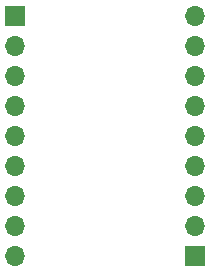
<source format=gbr>
%TF.GenerationSoftware,KiCad,Pcbnew,(6.0.0-0)*%
%TF.CreationDate,2022-02-05T19:10:17-08:00*%
%TF.ProjectId,w2rf004rm-breakout,77327266-3030-4347-926d-2d627265616b,v1*%
%TF.SameCoordinates,Original*%
%TF.FileFunction,Soldermask,Bot*%
%TF.FilePolarity,Negative*%
%FSLAX46Y46*%
G04 Gerber Fmt 4.6, Leading zero omitted, Abs format (unit mm)*
G04 Created by KiCad (PCBNEW (6.0.0-0)) date 2022-02-05 19:10:17*
%MOMM*%
%LPD*%
G01*
G04 APERTURE LIST*
%ADD10O,1.700000X1.700000*%
%ADD11R,1.700000X1.700000*%
G04 APERTURE END LIST*
D10*
%TO.C,J3*%
X139700000Y-105740000D03*
X139700000Y-103200000D03*
X139700000Y-100660000D03*
X139700000Y-98120000D03*
X139700000Y-95580000D03*
X139700000Y-93040000D03*
X139700000Y-90500000D03*
X139700000Y-87960000D03*
D11*
X139700000Y-85420000D03*
%TD*%
D10*
%TO.C,J2*%
X154940000Y-85400000D03*
X154940000Y-87940000D03*
X154940000Y-90480000D03*
X154940000Y-93020000D03*
X154940000Y-95560000D03*
X154940000Y-98100000D03*
X154940000Y-100640000D03*
X154940000Y-103180000D03*
D11*
X154940000Y-105720000D03*
%TD*%
M02*

</source>
